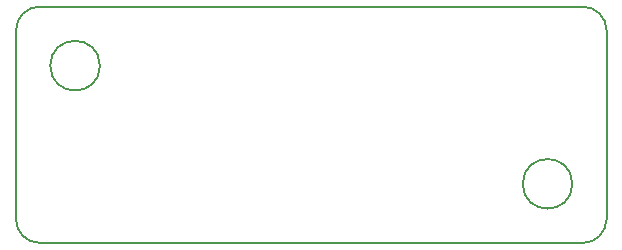
<source format=gbr>
%TF.GenerationSoftware,KiCad,Pcbnew,6.0.4-6f826c9f35~116~ubuntu20.04.1*%
%TF.CreationDate,2022-04-27T15:37:51-05:00*%
%TF.ProjectId,lc-led,6c632d6c-6564-42e6-9b69-6361645f7063,rev?*%
%TF.SameCoordinates,Original*%
%TF.FileFunction,Profile,NP*%
%FSLAX46Y46*%
G04 Gerber Fmt 4.6, Leading zero omitted, Abs format (unit mm)*
G04 Created by KiCad (PCBNEW 6.0.4-6f826c9f35~116~ubuntu20.04.1) date 2022-04-27 15:37:51*
%MOMM*%
%LPD*%
G01*
G04 APERTURE LIST*
%TA.AperFunction,Profile*%
%ADD10C,0.200000*%
%TD*%
G04 APERTURE END LIST*
D10*
X26500000Y-50614214D02*
X72500000Y-50614214D01*
X74499986Y-32614214D02*
G75*
G03*
X72500000Y-30614214I-1999986J14D01*
G01*
X26500000Y-30614200D02*
G75*
G03*
X24500000Y-32614214I0J-2000000D01*
G01*
X72500000Y-50614200D02*
G75*
G03*
X74500000Y-48614214I0J2000000D01*
G01*
X71600000Y-45614214D02*
G75*
G03*
X71600000Y-45614214I-2100000J0D01*
G01*
X24499986Y-48614214D02*
G75*
G03*
X26500000Y-50614214I2000014J14D01*
G01*
X31600000Y-35614214D02*
G75*
G03*
X31600000Y-35614214I-2100000J0D01*
G01*
X74500000Y-48614214D02*
X74500000Y-32614214D01*
X24500000Y-32614214D02*
X24500000Y-48614214D01*
X72500000Y-30614214D02*
X26500000Y-30614214D01*
M02*

</source>
